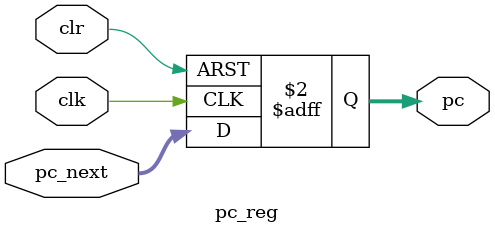
<source format=v>
`timescale 1ns / 1ps
module pc_reg(
	input 			  clk,
	input 			  clr,
	input 	   [15:0] pc_next, 
	output reg [15:0] pc
    );

always @(posedge clk or posedge clr)
begin
	if(clr)
		pc <= 0;
	else
		pc <= pc_next;
end

endmodule

</source>
